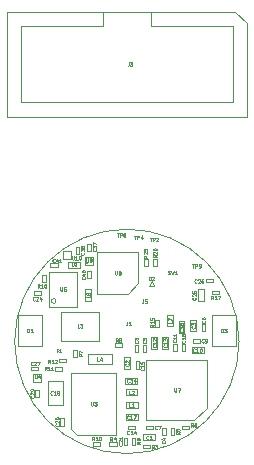
<source format=gbr>
%TF.GenerationSoftware,KiCad,Pcbnew,(6.0.0)*%
%TF.CreationDate,2022-12-06T17:03:37-05:00*%
%TF.ProjectId,headstage-64s,68656164-7374-4616-9765-2d3634732e6b,B*%
%TF.SameCoordinates,Original*%
%TF.FileFunction,AssemblyDrawing,Top*%
%FSLAX46Y46*%
G04 Gerber Fmt 4.6, Leading zero omitted, Abs format (unit mm)*
G04 Created by KiCad (PCBNEW (6.0.0)) date 2022-12-06 17:03:37*
%MOMM*%
%LPD*%
G01*
G04 APERTURE LIST*
%ADD10C,0.100000*%
%ADD11C,0.050000*%
G04 APERTURE END LIST*
D10*
X125810000Y-58320000D02*
X125590000Y-57920000D01*
X125360000Y-58320000D02*
X125810000Y-58320000D01*
X125590000Y-57920000D02*
X125360000Y-58320000D01*
D11*
X133000000Y-63000000D02*
G75*
G03*
X133000000Y-63000000I-9500000J0D01*
G01*
%TO.C,J1*%
X123510000Y-61335714D02*
X123510000Y-61550000D01*
X123495714Y-61592857D01*
X123467142Y-61621428D01*
X123424285Y-61635714D01*
X123395714Y-61635714D01*
X123810000Y-61635714D02*
X123638571Y-61635714D01*
X123724285Y-61635714D02*
X123724285Y-61335714D01*
X123695714Y-61378571D01*
X123667142Y-61407142D01*
X123638571Y-61421428D01*
%TO.C,D3*%
X131478571Y-62235714D02*
X131478571Y-61935714D01*
X131550000Y-61935714D01*
X131592857Y-61950000D01*
X131621428Y-61978571D01*
X131635714Y-62007142D01*
X131650000Y-62064285D01*
X131650000Y-62107142D01*
X131635714Y-62164285D01*
X131621428Y-62192857D01*
X131592857Y-62221428D01*
X131550000Y-62235714D01*
X131478571Y-62235714D01*
X131750000Y-61935714D02*
X131935714Y-61935714D01*
X131835714Y-62050000D01*
X131878571Y-62050000D01*
X131907142Y-62064285D01*
X131921428Y-62078571D01*
X131935714Y-62107142D01*
X131935714Y-62178571D01*
X131921428Y-62207142D01*
X131907142Y-62221428D01*
X131878571Y-62235714D01*
X131792857Y-62235714D01*
X131764285Y-62221428D01*
X131750000Y-62207142D01*
%TO.C,D1*%
X115078571Y-62235714D02*
X115078571Y-61935714D01*
X115150000Y-61935714D01*
X115192857Y-61950000D01*
X115221428Y-61978571D01*
X115235714Y-62007142D01*
X115250000Y-62064285D01*
X115250000Y-62107142D01*
X115235714Y-62164285D01*
X115221428Y-62192857D01*
X115192857Y-62221428D01*
X115150000Y-62235714D01*
X115078571Y-62235714D01*
X115535714Y-62235714D02*
X115364285Y-62235714D01*
X115450000Y-62235714D02*
X115450000Y-61935714D01*
X115421428Y-61978571D01*
X115392857Y-62007142D01*
X115364285Y-62021428D01*
%TO.C,C24*%
X115707142Y-59507142D02*
X115692857Y-59521428D01*
X115650000Y-59535714D01*
X115621428Y-59535714D01*
X115578571Y-59521428D01*
X115550000Y-59492857D01*
X115535714Y-59464285D01*
X115521428Y-59407142D01*
X115521428Y-59364285D01*
X115535714Y-59307142D01*
X115550000Y-59278571D01*
X115578571Y-59250000D01*
X115621428Y-59235714D01*
X115650000Y-59235714D01*
X115692857Y-59250000D01*
X115707142Y-59264285D01*
X115821428Y-59264285D02*
X115835714Y-59250000D01*
X115864285Y-59235714D01*
X115935714Y-59235714D01*
X115964285Y-59250000D01*
X115978571Y-59264285D01*
X115992857Y-59292857D01*
X115992857Y-59321428D01*
X115978571Y-59364285D01*
X115807142Y-59535714D01*
X115992857Y-59535714D01*
X116250000Y-59335714D02*
X116250000Y-59535714D01*
X116178571Y-59221428D02*
X116107142Y-59435714D01*
X116292857Y-59435714D01*
%TO.C,L7*%
X127285714Y-61300000D02*
X127285714Y-61442857D01*
X126985714Y-61442857D01*
X126985714Y-61228571D02*
X126985714Y-61028571D01*
X127285714Y-61157142D01*
%TO.C,L2*%
X123830000Y-67455714D02*
X123687142Y-67455714D01*
X123687142Y-67155714D01*
X123915714Y-67184285D02*
X123930000Y-67170000D01*
X123958571Y-67155714D01*
X124030000Y-67155714D01*
X124058571Y-67170000D01*
X124072857Y-67184285D01*
X124087142Y-67212857D01*
X124087142Y-67241428D01*
X124072857Y-67284285D01*
X123901428Y-67455714D01*
X124087142Y-67455714D01*
%TO.C,L1*%
X123860000Y-68545714D02*
X123717142Y-68545714D01*
X123717142Y-68245714D01*
X124117142Y-68545714D02*
X123945714Y-68545714D01*
X124031428Y-68545714D02*
X124031428Y-68245714D01*
X124002857Y-68288571D01*
X123974285Y-68317142D01*
X123945714Y-68331428D01*
%TO.C,R16*%
X116107142Y-58435714D02*
X116007142Y-58292857D01*
X115935714Y-58435714D02*
X115935714Y-58135714D01*
X116050000Y-58135714D01*
X116078571Y-58150000D01*
X116092857Y-58164285D01*
X116107142Y-58192857D01*
X116107142Y-58235714D01*
X116092857Y-58264285D01*
X116078571Y-58278571D01*
X116050000Y-58292857D01*
X115935714Y-58292857D01*
X116392857Y-58435714D02*
X116221428Y-58435714D01*
X116307142Y-58435714D02*
X116307142Y-58135714D01*
X116278571Y-58178571D01*
X116250000Y-58207142D01*
X116221428Y-58221428D01*
X116650000Y-58135714D02*
X116592857Y-58135714D01*
X116564285Y-58150000D01*
X116550000Y-58164285D01*
X116521428Y-58207142D01*
X116507142Y-58264285D01*
X116507142Y-58378571D01*
X116521428Y-58407142D01*
X116535714Y-58421428D01*
X116564285Y-58435714D01*
X116621428Y-58435714D01*
X116650000Y-58421428D01*
X116664285Y-58407142D01*
X116678571Y-58378571D01*
X116678571Y-58307142D01*
X116664285Y-58278571D01*
X116650000Y-58264285D01*
X116621428Y-58250000D01*
X116564285Y-58250000D01*
X116535714Y-58264285D01*
X116521428Y-58278571D01*
X116507142Y-58307142D01*
%TO.C,C41*%
X117377142Y-56267142D02*
X117362857Y-56281428D01*
X117320000Y-56295714D01*
X117291428Y-56295714D01*
X117248571Y-56281428D01*
X117220000Y-56252857D01*
X117205714Y-56224285D01*
X117191428Y-56167142D01*
X117191428Y-56124285D01*
X117205714Y-56067142D01*
X117220000Y-56038571D01*
X117248571Y-56010000D01*
X117291428Y-55995714D01*
X117320000Y-55995714D01*
X117362857Y-56010000D01*
X117377142Y-56024285D01*
X117634285Y-56095714D02*
X117634285Y-56295714D01*
X117562857Y-55981428D02*
X117491428Y-56195714D01*
X117677142Y-56195714D01*
X117948571Y-56295714D02*
X117777142Y-56295714D01*
X117862857Y-56295714D02*
X117862857Y-55995714D01*
X117834285Y-56038571D01*
X117805714Y-56067142D01*
X117777142Y-56081428D01*
%TO.C,SW1*%
X126980000Y-57301428D02*
X127022857Y-57315714D01*
X127094285Y-57315714D01*
X127122857Y-57301428D01*
X127137142Y-57287142D01*
X127151428Y-57258571D01*
X127151428Y-57230000D01*
X127137142Y-57201428D01*
X127122857Y-57187142D01*
X127094285Y-57172857D01*
X127037142Y-57158571D01*
X127008571Y-57144285D01*
X126994285Y-57130000D01*
X126980000Y-57101428D01*
X126980000Y-57072857D01*
X126994285Y-57044285D01*
X127008571Y-57030000D01*
X127037142Y-57015714D01*
X127108571Y-57015714D01*
X127151428Y-57030000D01*
X127251428Y-57015714D02*
X127322857Y-57315714D01*
X127380000Y-57101428D01*
X127437142Y-57315714D01*
X127508571Y-57015714D01*
X127780000Y-57315714D02*
X127608571Y-57315714D01*
X127694285Y-57315714D02*
X127694285Y-57015714D01*
X127665714Y-57058571D01*
X127637142Y-57087142D01*
X127608571Y-57101428D01*
%TO.C,C27*%
X115527142Y-64977142D02*
X115512857Y-64991428D01*
X115470000Y-65005714D01*
X115441428Y-65005714D01*
X115398571Y-64991428D01*
X115370000Y-64962857D01*
X115355714Y-64934285D01*
X115341428Y-64877142D01*
X115341428Y-64834285D01*
X115355714Y-64777142D01*
X115370000Y-64748571D01*
X115398571Y-64720000D01*
X115441428Y-64705714D01*
X115470000Y-64705714D01*
X115512857Y-64720000D01*
X115527142Y-64734285D01*
X115641428Y-64734285D02*
X115655714Y-64720000D01*
X115684285Y-64705714D01*
X115755714Y-64705714D01*
X115784285Y-64720000D01*
X115798571Y-64734285D01*
X115812857Y-64762857D01*
X115812857Y-64791428D01*
X115798571Y-64834285D01*
X115627142Y-65005714D01*
X115812857Y-65005714D01*
X115912857Y-64705714D02*
X116112857Y-64705714D01*
X115984285Y-65005714D01*
%TO.C,U8*%
X122491428Y-57035714D02*
X122491428Y-57278571D01*
X122505714Y-57307142D01*
X122520000Y-57321428D01*
X122548571Y-57335714D01*
X122605714Y-57335714D01*
X122634285Y-57321428D01*
X122648571Y-57307142D01*
X122662857Y-57278571D01*
X122662857Y-57035714D01*
X122848571Y-57164285D02*
X122820000Y-57150000D01*
X122805714Y-57135714D01*
X122791428Y-57107142D01*
X122791428Y-57092857D01*
X122805714Y-57064285D01*
X122820000Y-57050000D01*
X122848571Y-57035714D01*
X122905714Y-57035714D01*
X122934285Y-57050000D01*
X122948571Y-57064285D01*
X122962857Y-57092857D01*
X122962857Y-57107142D01*
X122948571Y-57135714D01*
X122934285Y-57150000D01*
X122905714Y-57164285D01*
X122848571Y-57164285D01*
X122820000Y-57178571D01*
X122805714Y-57192857D01*
X122791428Y-57221428D01*
X122791428Y-57278571D01*
X122805714Y-57307142D01*
X122820000Y-57321428D01*
X122848571Y-57335714D01*
X122905714Y-57335714D01*
X122934285Y-57321428D01*
X122948571Y-57307142D01*
X122962857Y-57278571D01*
X122962857Y-57221428D01*
X122948571Y-57192857D01*
X122934285Y-57178571D01*
X122905714Y-57164285D01*
%TO.C,R15*%
X125785714Y-61592857D02*
X125642857Y-61692857D01*
X125785714Y-61764285D02*
X125485714Y-61764285D01*
X125485714Y-61650000D01*
X125500000Y-61621428D01*
X125514285Y-61607142D01*
X125542857Y-61592857D01*
X125585714Y-61592857D01*
X125614285Y-61607142D01*
X125628571Y-61621428D01*
X125642857Y-61650000D01*
X125642857Y-61764285D01*
X125785714Y-61307142D02*
X125785714Y-61478571D01*
X125785714Y-61392857D02*
X125485714Y-61392857D01*
X125528571Y-61421428D01*
X125557142Y-61450000D01*
X125571428Y-61478571D01*
X125485714Y-61035714D02*
X125485714Y-61178571D01*
X125628571Y-61192857D01*
X125614285Y-61178571D01*
X125600000Y-61150000D01*
X125600000Y-61078571D01*
X125614285Y-61050000D01*
X125628571Y-61035714D01*
X125657142Y-61021428D01*
X125728571Y-61021428D01*
X125757142Y-61035714D01*
X125771428Y-61050000D01*
X125785714Y-61078571D01*
X125785714Y-61150000D01*
X125771428Y-61178571D01*
X125757142Y-61192857D01*
%TO.C,D2*%
X125378571Y-57805714D02*
X125378571Y-57505714D01*
X125450000Y-57505714D01*
X125492857Y-57520000D01*
X125521428Y-57548571D01*
X125535714Y-57577142D01*
X125550000Y-57634285D01*
X125550000Y-57677142D01*
X125535714Y-57734285D01*
X125521428Y-57762857D01*
X125492857Y-57791428D01*
X125450000Y-57805714D01*
X125378571Y-57805714D01*
X125664285Y-57534285D02*
X125678571Y-57520000D01*
X125707142Y-57505714D01*
X125778571Y-57505714D01*
X125807142Y-57520000D01*
X125821428Y-57534285D01*
X125835714Y-57562857D01*
X125835714Y-57591428D01*
X125821428Y-57634285D01*
X125650000Y-57805714D01*
X125835714Y-57805714D01*
%TO.C,U7*%
X127521428Y-66945714D02*
X127521428Y-67188571D01*
X127535714Y-67217142D01*
X127550000Y-67231428D01*
X127578571Y-67245714D01*
X127635714Y-67245714D01*
X127664285Y-67231428D01*
X127678571Y-67217142D01*
X127692857Y-67188571D01*
X127692857Y-66945714D01*
X127807142Y-66945714D02*
X128007142Y-66945714D01*
X127878571Y-67245714D01*
%TO.C,J3*%
X123670000Y-39355714D02*
X123670000Y-39570000D01*
X123655714Y-39612857D01*
X123627142Y-39641428D01*
X123584285Y-39655714D01*
X123555714Y-39655714D01*
X123784285Y-39355714D02*
X123970000Y-39355714D01*
X123870000Y-39470000D01*
X123912857Y-39470000D01*
X123941428Y-39484285D01*
X123955714Y-39498571D01*
X123970000Y-39527142D01*
X123970000Y-39598571D01*
X123955714Y-39627142D01*
X123941428Y-39641428D01*
X123912857Y-39655714D01*
X123827142Y-39655714D01*
X123798571Y-39641428D01*
X123784285Y-39627142D01*
%TO.C,C29*%
X115607142Y-67602857D02*
X115621428Y-67617142D01*
X115635714Y-67660000D01*
X115635714Y-67688571D01*
X115621428Y-67731428D01*
X115592857Y-67760000D01*
X115564285Y-67774285D01*
X115507142Y-67788571D01*
X115464285Y-67788571D01*
X115407142Y-67774285D01*
X115378571Y-67760000D01*
X115350000Y-67731428D01*
X115335714Y-67688571D01*
X115335714Y-67660000D01*
X115350000Y-67617142D01*
X115364285Y-67602857D01*
X115364285Y-67488571D02*
X115350000Y-67474285D01*
X115335714Y-67445714D01*
X115335714Y-67374285D01*
X115350000Y-67345714D01*
X115364285Y-67331428D01*
X115392857Y-67317142D01*
X115421428Y-67317142D01*
X115464285Y-67331428D01*
X115635714Y-67502857D01*
X115635714Y-67317142D01*
X115635714Y-67174285D02*
X115635714Y-67117142D01*
X115621428Y-67088571D01*
X115607142Y-67074285D01*
X115564285Y-67045714D01*
X115507142Y-67031428D01*
X115392857Y-67031428D01*
X115364285Y-67045714D01*
X115350000Y-67060000D01*
X115335714Y-67088571D01*
X115335714Y-67145714D01*
X115350000Y-67174285D01*
X115364285Y-67188571D01*
X115392857Y-67202857D01*
X115464285Y-67202857D01*
X115492857Y-67188571D01*
X115507142Y-67174285D01*
X115521428Y-67145714D01*
X115521428Y-67088571D01*
X115507142Y-67060000D01*
X115492857Y-67045714D01*
X115464285Y-67031428D01*
%TO.C,C40*%
X119967142Y-57552857D02*
X119981428Y-57567142D01*
X119995714Y-57610000D01*
X119995714Y-57638571D01*
X119981428Y-57681428D01*
X119952857Y-57710000D01*
X119924285Y-57724285D01*
X119867142Y-57738571D01*
X119824285Y-57738571D01*
X119767142Y-57724285D01*
X119738571Y-57710000D01*
X119710000Y-57681428D01*
X119695714Y-57638571D01*
X119695714Y-57610000D01*
X119710000Y-57567142D01*
X119724285Y-57552857D01*
X119795714Y-57295714D02*
X119995714Y-57295714D01*
X119681428Y-57367142D02*
X119895714Y-57438571D01*
X119895714Y-57252857D01*
X119695714Y-57081428D02*
X119695714Y-57052857D01*
X119710000Y-57024285D01*
X119724285Y-57010000D01*
X119752857Y-56995714D01*
X119810000Y-56981428D01*
X119881428Y-56981428D01*
X119938571Y-56995714D01*
X119967142Y-57010000D01*
X119981428Y-57024285D01*
X119995714Y-57052857D01*
X119995714Y-57081428D01*
X119981428Y-57110000D01*
X119967142Y-57124285D01*
X119938571Y-57138571D01*
X119881428Y-57152857D01*
X119810000Y-57152857D01*
X119752857Y-57138571D01*
X119724285Y-57124285D01*
X119710000Y-57110000D01*
X119695714Y-57081428D01*
%TO.C,C20*%
X117717142Y-70002857D02*
X117731428Y-70017142D01*
X117745714Y-70060000D01*
X117745714Y-70088571D01*
X117731428Y-70131428D01*
X117702857Y-70160000D01*
X117674285Y-70174285D01*
X117617142Y-70188571D01*
X117574285Y-70188571D01*
X117517142Y-70174285D01*
X117488571Y-70160000D01*
X117460000Y-70131428D01*
X117445714Y-70088571D01*
X117445714Y-70060000D01*
X117460000Y-70017142D01*
X117474285Y-70002857D01*
X117474285Y-69888571D02*
X117460000Y-69874285D01*
X117445714Y-69845714D01*
X117445714Y-69774285D01*
X117460000Y-69745714D01*
X117474285Y-69731428D01*
X117502857Y-69717142D01*
X117531428Y-69717142D01*
X117574285Y-69731428D01*
X117745714Y-69902857D01*
X117745714Y-69717142D01*
X117445714Y-69531428D02*
X117445714Y-69502857D01*
X117460000Y-69474285D01*
X117474285Y-69460000D01*
X117502857Y-69445714D01*
X117560000Y-69431428D01*
X117631428Y-69431428D01*
X117688571Y-69445714D01*
X117717142Y-69460000D01*
X117731428Y-69474285D01*
X117745714Y-69502857D01*
X117745714Y-69531428D01*
X117731428Y-69560000D01*
X117717142Y-69574285D01*
X117688571Y-69588571D01*
X117631428Y-69602857D01*
X117560000Y-69602857D01*
X117502857Y-69588571D01*
X117474285Y-69574285D01*
X117460000Y-69560000D01*
X117445714Y-69531428D01*
%TO.C,R25*%
X125225714Y-55732857D02*
X125082857Y-55832857D01*
X125225714Y-55904285D02*
X124925714Y-55904285D01*
X124925714Y-55790000D01*
X124940000Y-55761428D01*
X124954285Y-55747142D01*
X124982857Y-55732857D01*
X125025714Y-55732857D01*
X125054285Y-55747142D01*
X125068571Y-55761428D01*
X125082857Y-55790000D01*
X125082857Y-55904285D01*
X124954285Y-55618571D02*
X124940000Y-55604285D01*
X124925714Y-55575714D01*
X124925714Y-55504285D01*
X124940000Y-55475714D01*
X124954285Y-55461428D01*
X124982857Y-55447142D01*
X125011428Y-55447142D01*
X125054285Y-55461428D01*
X125225714Y-55632857D01*
X125225714Y-55447142D01*
X124925714Y-55175714D02*
X124925714Y-55318571D01*
X125068571Y-55332857D01*
X125054285Y-55318571D01*
X125040000Y-55290000D01*
X125040000Y-55218571D01*
X125054285Y-55190000D01*
X125068571Y-55175714D01*
X125097142Y-55161428D01*
X125168571Y-55161428D01*
X125197142Y-55175714D01*
X125211428Y-55190000D01*
X125225714Y-55218571D01*
X125225714Y-55290000D01*
X125211428Y-55318571D01*
X125197142Y-55332857D01*
%TO.C,C34*%
X123677142Y-66457142D02*
X123662857Y-66471428D01*
X123620000Y-66485714D01*
X123591428Y-66485714D01*
X123548571Y-66471428D01*
X123520000Y-66442857D01*
X123505714Y-66414285D01*
X123491428Y-66357142D01*
X123491428Y-66314285D01*
X123505714Y-66257142D01*
X123520000Y-66228571D01*
X123548571Y-66200000D01*
X123591428Y-66185714D01*
X123620000Y-66185714D01*
X123662857Y-66200000D01*
X123677142Y-66214285D01*
X123777142Y-66185714D02*
X123962857Y-66185714D01*
X123862857Y-66300000D01*
X123905714Y-66300000D01*
X123934285Y-66314285D01*
X123948571Y-66328571D01*
X123962857Y-66357142D01*
X123962857Y-66428571D01*
X123948571Y-66457142D01*
X123934285Y-66471428D01*
X123905714Y-66485714D01*
X123820000Y-66485714D01*
X123791428Y-66471428D01*
X123777142Y-66457142D01*
X124220000Y-66285714D02*
X124220000Y-66485714D01*
X124148571Y-66171428D02*
X124077142Y-66385714D01*
X124262857Y-66385714D01*
%TO.C,R7*%
X119735714Y-64075000D02*
X119592857Y-64175000D01*
X119735714Y-64246428D02*
X119435714Y-64246428D01*
X119435714Y-64132142D01*
X119450000Y-64103571D01*
X119464285Y-64089285D01*
X119492857Y-64075000D01*
X119535714Y-64075000D01*
X119564285Y-64089285D01*
X119578571Y-64103571D01*
X119592857Y-64132142D01*
X119592857Y-64246428D01*
X119435714Y-63975000D02*
X119435714Y-63775000D01*
X119735714Y-63903571D01*
%TO.C,R8*%
X122730000Y-63025714D02*
X122630000Y-62882857D01*
X122558571Y-63025714D02*
X122558571Y-62725714D01*
X122672857Y-62725714D01*
X122701428Y-62740000D01*
X122715714Y-62754285D01*
X122730000Y-62782857D01*
X122730000Y-62825714D01*
X122715714Y-62854285D01*
X122701428Y-62868571D01*
X122672857Y-62882857D01*
X122558571Y-62882857D01*
X122901428Y-62854285D02*
X122872857Y-62840000D01*
X122858571Y-62825714D01*
X122844285Y-62797142D01*
X122844285Y-62782857D01*
X122858571Y-62754285D01*
X122872857Y-62740000D01*
X122901428Y-62725714D01*
X122958571Y-62725714D01*
X122987142Y-62740000D01*
X123001428Y-62754285D01*
X123015714Y-62782857D01*
X123015714Y-62797142D01*
X123001428Y-62825714D01*
X122987142Y-62840000D01*
X122958571Y-62854285D01*
X122901428Y-62854285D01*
X122872857Y-62868571D01*
X122858571Y-62882857D01*
X122844285Y-62911428D01*
X122844285Y-62968571D01*
X122858571Y-62997142D01*
X122872857Y-63011428D01*
X122901428Y-63025714D01*
X122958571Y-63025714D01*
X122987142Y-63011428D01*
X123001428Y-62997142D01*
X123015714Y-62968571D01*
X123015714Y-62911428D01*
X123001428Y-62882857D01*
X122987142Y-62868571D01*
X122958571Y-62854285D01*
%TO.C,R20*%
X126035714Y-55692857D02*
X125892857Y-55792857D01*
X126035714Y-55864285D02*
X125735714Y-55864285D01*
X125735714Y-55750000D01*
X125750000Y-55721428D01*
X125764285Y-55707142D01*
X125792857Y-55692857D01*
X125835714Y-55692857D01*
X125864285Y-55707142D01*
X125878571Y-55721428D01*
X125892857Y-55750000D01*
X125892857Y-55864285D01*
X125764285Y-55578571D02*
X125750000Y-55564285D01*
X125735714Y-55535714D01*
X125735714Y-55464285D01*
X125750000Y-55435714D01*
X125764285Y-55421428D01*
X125792857Y-55407142D01*
X125821428Y-55407142D01*
X125864285Y-55421428D01*
X126035714Y-55592857D01*
X126035714Y-55407142D01*
X125735714Y-55221428D02*
X125735714Y-55192857D01*
X125750000Y-55164285D01*
X125764285Y-55150000D01*
X125792857Y-55135714D01*
X125850000Y-55121428D01*
X125921428Y-55121428D01*
X125978571Y-55135714D01*
X126007142Y-55150000D01*
X126021428Y-55164285D01*
X126035714Y-55192857D01*
X126035714Y-55221428D01*
X126021428Y-55250000D01*
X126007142Y-55264285D01*
X125978571Y-55278571D01*
X125921428Y-55292857D01*
X125850000Y-55292857D01*
X125792857Y-55278571D01*
X125764285Y-55264285D01*
X125750000Y-55250000D01*
X125735714Y-55221428D01*
%TO.C,C8*%
X124417142Y-62960000D02*
X124431428Y-62974285D01*
X124445714Y-63017142D01*
X124445714Y-63045714D01*
X124431428Y-63088571D01*
X124402857Y-63117142D01*
X124374285Y-63131428D01*
X124317142Y-63145714D01*
X124274285Y-63145714D01*
X124217142Y-63131428D01*
X124188571Y-63117142D01*
X124160000Y-63088571D01*
X124145714Y-63045714D01*
X124145714Y-63017142D01*
X124160000Y-62974285D01*
X124174285Y-62960000D01*
X124274285Y-62788571D02*
X124260000Y-62817142D01*
X124245714Y-62831428D01*
X124217142Y-62845714D01*
X124202857Y-62845714D01*
X124174285Y-62831428D01*
X124160000Y-62817142D01*
X124145714Y-62788571D01*
X124145714Y-62731428D01*
X124160000Y-62702857D01*
X124174285Y-62688571D01*
X124202857Y-62674285D01*
X124217142Y-62674285D01*
X124245714Y-62688571D01*
X124260000Y-62702857D01*
X124274285Y-62731428D01*
X124274285Y-62788571D01*
X124288571Y-62817142D01*
X124302857Y-62831428D01*
X124331428Y-62845714D01*
X124388571Y-62845714D01*
X124417142Y-62831428D01*
X124431428Y-62817142D01*
X124445714Y-62788571D01*
X124445714Y-62731428D01*
X124431428Y-62702857D01*
X124417142Y-62688571D01*
X124388571Y-62674285D01*
X124331428Y-62674285D01*
X124302857Y-62688571D01*
X124288571Y-62702857D01*
X124274285Y-62731428D01*
%TO.C,C14*%
X123707142Y-70837142D02*
X123692857Y-70851428D01*
X123650000Y-70865714D01*
X123621428Y-70865714D01*
X123578571Y-70851428D01*
X123550000Y-70822857D01*
X123535714Y-70794285D01*
X123521428Y-70737142D01*
X123521428Y-70694285D01*
X123535714Y-70637142D01*
X123550000Y-70608571D01*
X123578571Y-70580000D01*
X123621428Y-70565714D01*
X123650000Y-70565714D01*
X123692857Y-70580000D01*
X123707142Y-70594285D01*
X123992857Y-70865714D02*
X123821428Y-70865714D01*
X123907142Y-70865714D02*
X123907142Y-70565714D01*
X123878571Y-70608571D01*
X123850000Y-70637142D01*
X123821428Y-70651428D01*
X124250000Y-70665714D02*
X124250000Y-70865714D01*
X124178571Y-70551428D02*
X124107142Y-70765714D01*
X124292857Y-70765714D01*
%TO.C,R11*%
X116707142Y-65435714D02*
X116607142Y-65292857D01*
X116535714Y-65435714D02*
X116535714Y-65135714D01*
X116650000Y-65135714D01*
X116678571Y-65150000D01*
X116692857Y-65164285D01*
X116707142Y-65192857D01*
X116707142Y-65235714D01*
X116692857Y-65264285D01*
X116678571Y-65278571D01*
X116650000Y-65292857D01*
X116535714Y-65292857D01*
X116992857Y-65435714D02*
X116821428Y-65435714D01*
X116907142Y-65435714D02*
X116907142Y-65135714D01*
X116878571Y-65178571D01*
X116850000Y-65207142D01*
X116821428Y-65221428D01*
X117278571Y-65435714D02*
X117107142Y-65435714D01*
X117192857Y-65435714D02*
X117192857Y-65135714D01*
X117164285Y-65178571D01*
X117135714Y-65207142D01*
X117107142Y-65221428D01*
%TO.C,C12*%
X125947142Y-63322857D02*
X125961428Y-63337142D01*
X125975714Y-63380000D01*
X125975714Y-63408571D01*
X125961428Y-63451428D01*
X125932857Y-63480000D01*
X125904285Y-63494285D01*
X125847142Y-63508571D01*
X125804285Y-63508571D01*
X125747142Y-63494285D01*
X125718571Y-63480000D01*
X125690000Y-63451428D01*
X125675714Y-63408571D01*
X125675714Y-63380000D01*
X125690000Y-63337142D01*
X125704285Y-63322857D01*
X125975714Y-63037142D02*
X125975714Y-63208571D01*
X125975714Y-63122857D02*
X125675714Y-63122857D01*
X125718571Y-63151428D01*
X125747142Y-63180000D01*
X125761428Y-63208571D01*
X125704285Y-62922857D02*
X125690000Y-62908571D01*
X125675714Y-62880000D01*
X125675714Y-62808571D01*
X125690000Y-62780000D01*
X125704285Y-62765714D01*
X125732857Y-62751428D01*
X125761428Y-62751428D01*
X125804285Y-62765714D01*
X125975714Y-62937142D01*
X125975714Y-62751428D01*
%TO.C,R5*%
X127955714Y-70690000D02*
X127812857Y-70790000D01*
X127955714Y-70861428D02*
X127655714Y-70861428D01*
X127655714Y-70747142D01*
X127670000Y-70718571D01*
X127684285Y-70704285D01*
X127712857Y-70690000D01*
X127755714Y-70690000D01*
X127784285Y-70704285D01*
X127798571Y-70718571D01*
X127812857Y-70747142D01*
X127812857Y-70861428D01*
X127655714Y-70418571D02*
X127655714Y-70561428D01*
X127798571Y-70575714D01*
X127784285Y-70561428D01*
X127770000Y-70532857D01*
X127770000Y-70461428D01*
X127784285Y-70432857D01*
X127798571Y-70418571D01*
X127827142Y-70404285D01*
X127898571Y-70404285D01*
X127927142Y-70418571D01*
X127941428Y-70432857D01*
X127955714Y-70461428D01*
X127955714Y-70532857D01*
X127941428Y-70561428D01*
X127927142Y-70575714D01*
%TO.C,C16*%
X128397142Y-62922857D02*
X128411428Y-62937142D01*
X128425714Y-62980000D01*
X128425714Y-63008571D01*
X128411428Y-63051428D01*
X128382857Y-63080000D01*
X128354285Y-63094285D01*
X128297142Y-63108571D01*
X128254285Y-63108571D01*
X128197142Y-63094285D01*
X128168571Y-63080000D01*
X128140000Y-63051428D01*
X128125714Y-63008571D01*
X128125714Y-62980000D01*
X128140000Y-62937142D01*
X128154285Y-62922857D01*
X128425714Y-62637142D02*
X128425714Y-62808571D01*
X128425714Y-62722857D02*
X128125714Y-62722857D01*
X128168571Y-62751428D01*
X128197142Y-62780000D01*
X128211428Y-62808571D01*
X128125714Y-62380000D02*
X128125714Y-62437142D01*
X128140000Y-62465714D01*
X128154285Y-62480000D01*
X128197142Y-62508571D01*
X128254285Y-62522857D01*
X128368571Y-62522857D01*
X128397142Y-62508571D01*
X128411428Y-62494285D01*
X128425714Y-62465714D01*
X128425714Y-62408571D01*
X128411428Y-62380000D01*
X128397142Y-62365714D01*
X128368571Y-62351428D01*
X128297142Y-62351428D01*
X128268571Y-62365714D01*
X128254285Y-62380000D01*
X128240000Y-62408571D01*
X128240000Y-62465714D01*
X128254285Y-62494285D01*
X128268571Y-62508571D01*
X128297142Y-62522857D01*
%TO.C,C17*%
X123687142Y-69537142D02*
X123672857Y-69551428D01*
X123630000Y-69565714D01*
X123601428Y-69565714D01*
X123558571Y-69551428D01*
X123530000Y-69522857D01*
X123515714Y-69494285D01*
X123501428Y-69437142D01*
X123501428Y-69394285D01*
X123515714Y-69337142D01*
X123530000Y-69308571D01*
X123558571Y-69280000D01*
X123601428Y-69265714D01*
X123630000Y-69265714D01*
X123672857Y-69280000D01*
X123687142Y-69294285D01*
X123972857Y-69565714D02*
X123801428Y-69565714D01*
X123887142Y-69565714D02*
X123887142Y-69265714D01*
X123858571Y-69308571D01*
X123830000Y-69337142D01*
X123801428Y-69351428D01*
X124072857Y-69265714D02*
X124272857Y-69265714D01*
X124144285Y-69565714D01*
%TO.C,C4*%
X126707142Y-71450000D02*
X126721428Y-71464285D01*
X126735714Y-71507142D01*
X126735714Y-71535714D01*
X126721428Y-71578571D01*
X126692857Y-71607142D01*
X126664285Y-71621428D01*
X126607142Y-71635714D01*
X126564285Y-71635714D01*
X126507142Y-71621428D01*
X126478571Y-71607142D01*
X126450000Y-71578571D01*
X126435714Y-71535714D01*
X126435714Y-71507142D01*
X126450000Y-71464285D01*
X126464285Y-71450000D01*
X126535714Y-71192857D02*
X126735714Y-71192857D01*
X126421428Y-71264285D02*
X126635714Y-71335714D01*
X126635714Y-71150000D01*
%TO.C,C7*%
X126050000Y-70407142D02*
X126035714Y-70421428D01*
X125992857Y-70435714D01*
X125964285Y-70435714D01*
X125921428Y-70421428D01*
X125892857Y-70392857D01*
X125878571Y-70364285D01*
X125864285Y-70307142D01*
X125864285Y-70264285D01*
X125878571Y-70207142D01*
X125892857Y-70178571D01*
X125921428Y-70150000D01*
X125964285Y-70135714D01*
X125992857Y-70135714D01*
X126035714Y-70150000D01*
X126050000Y-70164285D01*
X126150000Y-70135714D02*
X126350000Y-70135714D01*
X126221428Y-70435714D01*
%TO.C,C37*%
X120867142Y-55192857D02*
X120881428Y-55207142D01*
X120895714Y-55250000D01*
X120895714Y-55278571D01*
X120881428Y-55321428D01*
X120852857Y-55350000D01*
X120824285Y-55364285D01*
X120767142Y-55378571D01*
X120724285Y-55378571D01*
X120667142Y-55364285D01*
X120638571Y-55350000D01*
X120610000Y-55321428D01*
X120595714Y-55278571D01*
X120595714Y-55250000D01*
X120610000Y-55207142D01*
X120624285Y-55192857D01*
X120595714Y-55092857D02*
X120595714Y-54907142D01*
X120710000Y-55007142D01*
X120710000Y-54964285D01*
X120724285Y-54935714D01*
X120738571Y-54921428D01*
X120767142Y-54907142D01*
X120838571Y-54907142D01*
X120867142Y-54921428D01*
X120881428Y-54935714D01*
X120895714Y-54964285D01*
X120895714Y-55050000D01*
X120881428Y-55078571D01*
X120867142Y-55092857D01*
X120595714Y-54807142D02*
X120595714Y-54607142D01*
X120895714Y-54735714D01*
%TO.C,C26*%
X129407142Y-58007142D02*
X129392857Y-58021428D01*
X129350000Y-58035714D01*
X129321428Y-58035714D01*
X129278571Y-58021428D01*
X129250000Y-57992857D01*
X129235714Y-57964285D01*
X129221428Y-57907142D01*
X129221428Y-57864285D01*
X129235714Y-57807142D01*
X129250000Y-57778571D01*
X129278571Y-57750000D01*
X129321428Y-57735714D01*
X129350000Y-57735714D01*
X129392857Y-57750000D01*
X129407142Y-57764285D01*
X129521428Y-57764285D02*
X129535714Y-57750000D01*
X129564285Y-57735714D01*
X129635714Y-57735714D01*
X129664285Y-57750000D01*
X129678571Y-57764285D01*
X129692857Y-57792857D01*
X129692857Y-57821428D01*
X129678571Y-57864285D01*
X129507142Y-58035714D01*
X129692857Y-58035714D01*
X129950000Y-57735714D02*
X129892857Y-57735714D01*
X129864285Y-57750000D01*
X129850000Y-57764285D01*
X129821428Y-57807142D01*
X129807142Y-57864285D01*
X129807142Y-57978571D01*
X129821428Y-58007142D01*
X129835714Y-58021428D01*
X129864285Y-58035714D01*
X129921428Y-58035714D01*
X129950000Y-58021428D01*
X129964285Y-58007142D01*
X129978571Y-57978571D01*
X129978571Y-57907142D01*
X129964285Y-57878571D01*
X129950000Y-57864285D01*
X129921428Y-57850000D01*
X129864285Y-57850000D01*
X129835714Y-57864285D01*
X129821428Y-57878571D01*
X129807142Y-57907142D01*
%TO.C,L3*%
X119480000Y-61835714D02*
X119337142Y-61835714D01*
X119337142Y-61535714D01*
X119551428Y-61535714D02*
X119737142Y-61535714D01*
X119637142Y-61650000D01*
X119680000Y-61650000D01*
X119708571Y-61664285D01*
X119722857Y-61678571D01*
X119737142Y-61707142D01*
X119737142Y-61778571D01*
X119722857Y-61807142D01*
X119708571Y-61821428D01*
X119680000Y-61835714D01*
X119594285Y-61835714D01*
X119565714Y-61821428D01*
X119551428Y-61807142D01*
%TO.C,C2*%
X123627142Y-64890000D02*
X123641428Y-64904285D01*
X123655714Y-64947142D01*
X123655714Y-64975714D01*
X123641428Y-65018571D01*
X123612857Y-65047142D01*
X123584285Y-65061428D01*
X123527142Y-65075714D01*
X123484285Y-65075714D01*
X123427142Y-65061428D01*
X123398571Y-65047142D01*
X123370000Y-65018571D01*
X123355714Y-64975714D01*
X123355714Y-64947142D01*
X123370000Y-64904285D01*
X123384285Y-64890000D01*
X123384285Y-64775714D02*
X123370000Y-64761428D01*
X123355714Y-64732857D01*
X123355714Y-64661428D01*
X123370000Y-64632857D01*
X123384285Y-64618571D01*
X123412857Y-64604285D01*
X123441428Y-64604285D01*
X123484285Y-64618571D01*
X123655714Y-64790000D01*
X123655714Y-64604285D01*
%TO.C,C1*%
X125320000Y-71257142D02*
X125305714Y-71271428D01*
X125262857Y-71285714D01*
X125234285Y-71285714D01*
X125191428Y-71271428D01*
X125162857Y-71242857D01*
X125148571Y-71214285D01*
X125134285Y-71157142D01*
X125134285Y-71114285D01*
X125148571Y-71057142D01*
X125162857Y-71028571D01*
X125191428Y-71000000D01*
X125234285Y-70985714D01*
X125262857Y-70985714D01*
X125305714Y-71000000D01*
X125320000Y-71014285D01*
X125605714Y-71285714D02*
X125434285Y-71285714D01*
X125520000Y-71285714D02*
X125520000Y-70985714D01*
X125491428Y-71028571D01*
X125462857Y-71057142D01*
X125434285Y-71071428D01*
%TO.C,U4*%
X115681428Y-65835714D02*
X115681428Y-66078571D01*
X115695714Y-66107142D01*
X115710000Y-66121428D01*
X115738571Y-66135714D01*
X115795714Y-66135714D01*
X115824285Y-66121428D01*
X115838571Y-66107142D01*
X115852857Y-66078571D01*
X115852857Y-65835714D01*
X116124285Y-65935714D02*
X116124285Y-66135714D01*
X116052857Y-65821428D02*
X115981428Y-66035714D01*
X116167142Y-66035714D01*
%TO.C,C18*%
X117207142Y-67482142D02*
X117192857Y-67496428D01*
X117150000Y-67510714D01*
X117121428Y-67510714D01*
X117078571Y-67496428D01*
X117050000Y-67467857D01*
X117035714Y-67439285D01*
X117021428Y-67382142D01*
X117021428Y-67339285D01*
X117035714Y-67282142D01*
X117050000Y-67253571D01*
X117078571Y-67225000D01*
X117121428Y-67210714D01*
X117150000Y-67210714D01*
X117192857Y-67225000D01*
X117207142Y-67239285D01*
X117492857Y-67510714D02*
X117321428Y-67510714D01*
X117407142Y-67510714D02*
X117407142Y-67210714D01*
X117378571Y-67253571D01*
X117350000Y-67282142D01*
X117321428Y-67296428D01*
X117664285Y-67339285D02*
X117635714Y-67325000D01*
X117621428Y-67310714D01*
X117607142Y-67282142D01*
X117607142Y-67267857D01*
X117621428Y-67239285D01*
X117635714Y-67225000D01*
X117664285Y-67210714D01*
X117721428Y-67210714D01*
X117750000Y-67225000D01*
X117764285Y-67239285D01*
X117778571Y-67267857D01*
X117778571Y-67282142D01*
X117764285Y-67310714D01*
X117750000Y-67325000D01*
X117721428Y-67339285D01*
X117664285Y-67339285D01*
X117635714Y-67353571D01*
X117621428Y-67367857D01*
X117607142Y-67396428D01*
X117607142Y-67453571D01*
X117621428Y-67482142D01*
X117635714Y-67496428D01*
X117664285Y-67510714D01*
X117721428Y-67510714D01*
X117750000Y-67496428D01*
X117764285Y-67482142D01*
X117778571Y-67453571D01*
X117778571Y-67396428D01*
X117764285Y-67367857D01*
X117750000Y-67353571D01*
X117721428Y-67339285D01*
%TO.C,U10*%
X118848571Y-55775714D02*
X118848571Y-56018571D01*
X118862857Y-56047142D01*
X118877142Y-56061428D01*
X118905714Y-56075714D01*
X118962857Y-56075714D01*
X118991428Y-56061428D01*
X119005714Y-56047142D01*
X119020000Y-56018571D01*
X119020000Y-55775714D01*
X119320000Y-56075714D02*
X119148571Y-56075714D01*
X119234285Y-56075714D02*
X119234285Y-55775714D01*
X119205714Y-55818571D01*
X119177142Y-55847142D01*
X119148571Y-55861428D01*
X119505714Y-55775714D02*
X119534285Y-55775714D01*
X119562857Y-55790000D01*
X119577142Y-55804285D01*
X119591428Y-55832857D01*
X119605714Y-55890000D01*
X119605714Y-55961428D01*
X119591428Y-56018571D01*
X119577142Y-56047142D01*
X119562857Y-56061428D01*
X119534285Y-56075714D01*
X119505714Y-56075714D01*
X119477142Y-56061428D01*
X119462857Y-56047142D01*
X119448571Y-56018571D01*
X119434285Y-55961428D01*
X119434285Y-55890000D01*
X119448571Y-55832857D01*
X119462857Y-55804285D01*
X119477142Y-55790000D01*
X119505714Y-55775714D01*
%TO.C,U3*%
X120471428Y-68135714D02*
X120471428Y-68378571D01*
X120485714Y-68407142D01*
X120500000Y-68421428D01*
X120528571Y-68435714D01*
X120585714Y-68435714D01*
X120614285Y-68421428D01*
X120628571Y-68407142D01*
X120642857Y-68378571D01*
X120642857Y-68135714D01*
X120757142Y-68135714D02*
X120942857Y-68135714D01*
X120842857Y-68250000D01*
X120885714Y-68250000D01*
X120914285Y-68264285D01*
X120928571Y-68278571D01*
X120942857Y-68307142D01*
X120942857Y-68378571D01*
X120928571Y-68407142D01*
X120914285Y-68421428D01*
X120885714Y-68435714D01*
X120800000Y-68435714D01*
X120771428Y-68421428D01*
X120757142Y-68407142D01*
%TO.C,L9*%
X118960000Y-56645714D02*
X118817142Y-56645714D01*
X118817142Y-56345714D01*
X119074285Y-56645714D02*
X119131428Y-56645714D01*
X119160000Y-56631428D01*
X119174285Y-56617142D01*
X119202857Y-56574285D01*
X119217142Y-56517142D01*
X119217142Y-56402857D01*
X119202857Y-56374285D01*
X119188571Y-56360000D01*
X119160000Y-56345714D01*
X119102857Y-56345714D01*
X119074285Y-56360000D01*
X119060000Y-56374285D01*
X119045714Y-56402857D01*
X119045714Y-56474285D01*
X119060000Y-56502857D01*
X119074285Y-56517142D01*
X119102857Y-56531428D01*
X119160000Y-56531428D01*
X119188571Y-56517142D01*
X119202857Y-56502857D01*
X119217142Y-56474285D01*
%TO.C,R12*%
X117007142Y-64835714D02*
X116907142Y-64692857D01*
X116835714Y-64835714D02*
X116835714Y-64535714D01*
X116950000Y-64535714D01*
X116978571Y-64550000D01*
X116992857Y-64564285D01*
X117007142Y-64592857D01*
X117007142Y-64635714D01*
X116992857Y-64664285D01*
X116978571Y-64678571D01*
X116950000Y-64692857D01*
X116835714Y-64692857D01*
X117292857Y-64835714D02*
X117121428Y-64835714D01*
X117207142Y-64835714D02*
X117207142Y-64535714D01*
X117178571Y-64578571D01*
X117150000Y-64607142D01*
X117121428Y-64621428D01*
X117407142Y-64564285D02*
X117421428Y-64550000D01*
X117450000Y-64535714D01*
X117521428Y-64535714D01*
X117550000Y-64550000D01*
X117564285Y-64564285D01*
X117578571Y-64592857D01*
X117578571Y-64621428D01*
X117564285Y-64664285D01*
X117392857Y-64835714D01*
X117578571Y-64835714D01*
%TO.C,C21*%
X123077142Y-71642857D02*
X123091428Y-71657142D01*
X123105714Y-71700000D01*
X123105714Y-71728571D01*
X123091428Y-71771428D01*
X123062857Y-71800000D01*
X123034285Y-71814285D01*
X122977142Y-71828571D01*
X122934285Y-71828571D01*
X122877142Y-71814285D01*
X122848571Y-71800000D01*
X122820000Y-71771428D01*
X122805714Y-71728571D01*
X122805714Y-71700000D01*
X122820000Y-71657142D01*
X122834285Y-71642857D01*
X122834285Y-71528571D02*
X122820000Y-71514285D01*
X122805714Y-71485714D01*
X122805714Y-71414285D01*
X122820000Y-71385714D01*
X122834285Y-71371428D01*
X122862857Y-71357142D01*
X122891428Y-71357142D01*
X122934285Y-71371428D01*
X123105714Y-71542857D01*
X123105714Y-71357142D01*
X123105714Y-71071428D02*
X123105714Y-71242857D01*
X123105714Y-71157142D02*
X122805714Y-71157142D01*
X122848571Y-71185714D01*
X122877142Y-71214285D01*
X122891428Y-71242857D01*
%TO.C,R6*%
X129100000Y-70215714D02*
X129000000Y-70072857D01*
X128928571Y-70215714D02*
X128928571Y-69915714D01*
X129042857Y-69915714D01*
X129071428Y-69930000D01*
X129085714Y-69944285D01*
X129100000Y-69972857D01*
X129100000Y-70015714D01*
X129085714Y-70044285D01*
X129071428Y-70058571D01*
X129042857Y-70072857D01*
X128928571Y-70072857D01*
X129357142Y-69915714D02*
X129300000Y-69915714D01*
X129271428Y-69930000D01*
X129257142Y-69944285D01*
X129228571Y-69987142D01*
X129214285Y-70044285D01*
X129214285Y-70158571D01*
X129228571Y-70187142D01*
X129242857Y-70201428D01*
X129271428Y-70215714D01*
X129328571Y-70215714D01*
X129357142Y-70201428D01*
X129371428Y-70187142D01*
X129385714Y-70158571D01*
X129385714Y-70087142D01*
X129371428Y-70058571D01*
X129357142Y-70044285D01*
X129328571Y-70030000D01*
X129271428Y-70030000D01*
X129242857Y-70044285D01*
X129228571Y-70058571D01*
X129214285Y-70087142D01*
%TO.C,C9*%
X130000000Y-63077142D02*
X129985714Y-63091428D01*
X129942857Y-63105714D01*
X129914285Y-63105714D01*
X129871428Y-63091428D01*
X129842857Y-63062857D01*
X129828571Y-63034285D01*
X129814285Y-62977142D01*
X129814285Y-62934285D01*
X129828571Y-62877142D01*
X129842857Y-62848571D01*
X129871428Y-62820000D01*
X129914285Y-62805714D01*
X129942857Y-62805714D01*
X129985714Y-62820000D01*
X130000000Y-62834285D01*
X130142857Y-63105714D02*
X130200000Y-63105714D01*
X130228571Y-63091428D01*
X130242857Y-63077142D01*
X130271428Y-63034285D01*
X130285714Y-62977142D01*
X130285714Y-62862857D01*
X130271428Y-62834285D01*
X130257142Y-62820000D01*
X130228571Y-62805714D01*
X130171428Y-62805714D01*
X130142857Y-62820000D01*
X130128571Y-62834285D01*
X130114285Y-62862857D01*
X130114285Y-62934285D01*
X130128571Y-62962857D01*
X130142857Y-62977142D01*
X130171428Y-62991428D01*
X130228571Y-62991428D01*
X130257142Y-62977142D01*
X130271428Y-62962857D01*
X130285714Y-62934285D01*
%TO.C,C6*%
X130097142Y-61250000D02*
X130111428Y-61264285D01*
X130125714Y-61307142D01*
X130125714Y-61335714D01*
X130111428Y-61378571D01*
X130082857Y-61407142D01*
X130054285Y-61421428D01*
X129997142Y-61435714D01*
X129954285Y-61435714D01*
X129897142Y-61421428D01*
X129868571Y-61407142D01*
X129840000Y-61378571D01*
X129825714Y-61335714D01*
X129825714Y-61307142D01*
X129840000Y-61264285D01*
X129854285Y-61250000D01*
X129825714Y-60992857D02*
X129825714Y-61050000D01*
X129840000Y-61078571D01*
X129854285Y-61092857D01*
X129897142Y-61121428D01*
X129954285Y-61135714D01*
X130068571Y-61135714D01*
X130097142Y-61121428D01*
X130111428Y-61107142D01*
X130125714Y-61078571D01*
X130125714Y-61021428D01*
X130111428Y-60992857D01*
X130097142Y-60978571D01*
X130068571Y-60964285D01*
X129997142Y-60964285D01*
X129968571Y-60978571D01*
X129954285Y-60992857D01*
X129940000Y-61021428D01*
X129940000Y-61078571D01*
X129954285Y-61107142D01*
X129968571Y-61121428D01*
X129997142Y-61135714D01*
%TO.C,C15*%
X124917142Y-65272857D02*
X124931428Y-65287142D01*
X124945714Y-65330000D01*
X124945714Y-65358571D01*
X124931428Y-65401428D01*
X124902857Y-65430000D01*
X124874285Y-65444285D01*
X124817142Y-65458571D01*
X124774285Y-65458571D01*
X124717142Y-65444285D01*
X124688571Y-65430000D01*
X124660000Y-65401428D01*
X124645714Y-65358571D01*
X124645714Y-65330000D01*
X124660000Y-65287142D01*
X124674285Y-65272857D01*
X124945714Y-64987142D02*
X124945714Y-65158571D01*
X124945714Y-65072857D02*
X124645714Y-65072857D01*
X124688571Y-65101428D01*
X124717142Y-65130000D01*
X124731428Y-65158571D01*
X124645714Y-64715714D02*
X124645714Y-64858571D01*
X124788571Y-64872857D01*
X124774285Y-64858571D01*
X124760000Y-64830000D01*
X124760000Y-64758571D01*
X124774285Y-64730000D01*
X124788571Y-64715714D01*
X124817142Y-64701428D01*
X124888571Y-64701428D01*
X124917142Y-64715714D01*
X124931428Y-64730000D01*
X124945714Y-64758571D01*
X124945714Y-64830000D01*
X124931428Y-64858571D01*
X124917142Y-64872857D01*
%TO.C,U5*%
X117871428Y-58410714D02*
X117871428Y-58653571D01*
X117885714Y-58682142D01*
X117900000Y-58696428D01*
X117928571Y-58710714D01*
X117985714Y-58710714D01*
X118014285Y-58696428D01*
X118028571Y-58682142D01*
X118042857Y-58653571D01*
X118042857Y-58410714D01*
X118328571Y-58410714D02*
X118185714Y-58410714D01*
X118171428Y-58553571D01*
X118185714Y-58539285D01*
X118214285Y-58525000D01*
X118285714Y-58525000D01*
X118314285Y-58539285D01*
X118328571Y-58553571D01*
X118342857Y-58582142D01*
X118342857Y-58653571D01*
X118328571Y-58682142D01*
X118314285Y-58696428D01*
X118285714Y-58710714D01*
X118214285Y-58710714D01*
X118185714Y-58696428D01*
X118171428Y-58682142D01*
%TO.C,L8*%
X120365714Y-59130000D02*
X120365714Y-59272857D01*
X120065714Y-59272857D01*
X120194285Y-58987142D02*
X120180000Y-59015714D01*
X120165714Y-59030000D01*
X120137142Y-59044285D01*
X120122857Y-59044285D01*
X120094285Y-59030000D01*
X120080000Y-59015714D01*
X120065714Y-58987142D01*
X120065714Y-58930000D01*
X120080000Y-58901428D01*
X120094285Y-58887142D01*
X120122857Y-58872857D01*
X120137142Y-58872857D01*
X120165714Y-58887142D01*
X120180000Y-58901428D01*
X120194285Y-58930000D01*
X120194285Y-58987142D01*
X120208571Y-59015714D01*
X120222857Y-59030000D01*
X120251428Y-59044285D01*
X120308571Y-59044285D01*
X120337142Y-59030000D01*
X120351428Y-59015714D01*
X120365714Y-58987142D01*
X120365714Y-58930000D01*
X120351428Y-58901428D01*
X120337142Y-58887142D01*
X120308571Y-58872857D01*
X120251428Y-58872857D01*
X120222857Y-58887142D01*
X120208571Y-58901428D01*
X120194285Y-58930000D01*
%TO.C,R4*%
X122280000Y-71395714D02*
X122180000Y-71252857D01*
X122108571Y-71395714D02*
X122108571Y-71095714D01*
X122222857Y-71095714D01*
X122251428Y-71110000D01*
X122265714Y-71124285D01*
X122280000Y-71152857D01*
X122280000Y-71195714D01*
X122265714Y-71224285D01*
X122251428Y-71238571D01*
X122222857Y-71252857D01*
X122108571Y-71252857D01*
X122537142Y-71195714D02*
X122537142Y-71395714D01*
X122465714Y-71081428D02*
X122394285Y-71295714D01*
X122580000Y-71295714D01*
%TO.C,C5*%
X125107142Y-62980000D02*
X125121428Y-62994285D01*
X125135714Y-63037142D01*
X125135714Y-63065714D01*
X125121428Y-63108571D01*
X125092857Y-63137142D01*
X125064285Y-63151428D01*
X125007142Y-63165714D01*
X124964285Y-63165714D01*
X124907142Y-63151428D01*
X124878571Y-63137142D01*
X124850000Y-63108571D01*
X124835714Y-63065714D01*
X124835714Y-63037142D01*
X124850000Y-62994285D01*
X124864285Y-62980000D01*
X124835714Y-62708571D02*
X124835714Y-62851428D01*
X124978571Y-62865714D01*
X124964285Y-62851428D01*
X124950000Y-62822857D01*
X124950000Y-62751428D01*
X124964285Y-62722857D01*
X124978571Y-62708571D01*
X125007142Y-62694285D01*
X125078571Y-62694285D01*
X125107142Y-62708571D01*
X125121428Y-62722857D01*
X125135714Y-62751428D01*
X125135714Y-62822857D01*
X125121428Y-62851428D01*
X125107142Y-62865714D01*
%TO.C,TP4*%
X124121428Y-54035714D02*
X124292857Y-54035714D01*
X124207142Y-54335714D02*
X124207142Y-54035714D01*
X124392857Y-54335714D02*
X124392857Y-54035714D01*
X124507142Y-54035714D01*
X124535714Y-54050000D01*
X124550000Y-54064285D01*
X124564285Y-54092857D01*
X124564285Y-54135714D01*
X124550000Y-54164285D01*
X124535714Y-54178571D01*
X124507142Y-54192857D01*
X124392857Y-54192857D01*
X124821428Y-54135714D02*
X124821428Y-54335714D01*
X124750000Y-54021428D02*
X124678571Y-54235714D01*
X124864285Y-54235714D01*
%TO.C,C25*%
X129307142Y-59292857D02*
X129321428Y-59307142D01*
X129335714Y-59350000D01*
X129335714Y-59378571D01*
X129321428Y-59421428D01*
X129292857Y-59450000D01*
X129264285Y-59464285D01*
X129207142Y-59478571D01*
X129164285Y-59478571D01*
X129107142Y-59464285D01*
X129078571Y-59450000D01*
X129050000Y-59421428D01*
X129035714Y-59378571D01*
X129035714Y-59350000D01*
X129050000Y-59307142D01*
X129064285Y-59292857D01*
X129064285Y-59178571D02*
X129050000Y-59164285D01*
X129035714Y-59135714D01*
X129035714Y-59064285D01*
X129050000Y-59035714D01*
X129064285Y-59021428D01*
X129092857Y-59007142D01*
X129121428Y-59007142D01*
X129164285Y-59021428D01*
X129335714Y-59192857D01*
X129335714Y-59007142D01*
X129035714Y-58735714D02*
X129035714Y-58878571D01*
X129178571Y-58892857D01*
X129164285Y-58878571D01*
X129150000Y-58850000D01*
X129150000Y-58778571D01*
X129164285Y-58750000D01*
X129178571Y-58735714D01*
X129207142Y-58721428D01*
X129278571Y-58721428D01*
X129307142Y-58735714D01*
X129321428Y-58750000D01*
X129335714Y-58778571D01*
X129335714Y-58850000D01*
X129321428Y-58878571D01*
X129307142Y-58892857D01*
%TO.C,J5*%
X124900000Y-59435714D02*
X124900000Y-59650000D01*
X124885714Y-59692857D01*
X124857142Y-59721428D01*
X124814285Y-59735714D01*
X124785714Y-59735714D01*
X125185714Y-59435714D02*
X125042857Y-59435714D01*
X125028571Y-59578571D01*
X125042857Y-59564285D01*
X125071428Y-59550000D01*
X125142857Y-59550000D01*
X125171428Y-59564285D01*
X125185714Y-59578571D01*
X125200000Y-59607142D01*
X125200000Y-59678571D01*
X125185714Y-59707142D01*
X125171428Y-59721428D01*
X125142857Y-59735714D01*
X125071428Y-59735714D01*
X125042857Y-59721428D01*
X125028571Y-59707142D01*
%TO.C,L4*%
X121150000Y-64635714D02*
X121007142Y-64635714D01*
X121007142Y-64335714D01*
X121378571Y-64435714D02*
X121378571Y-64635714D01*
X121307142Y-64321428D02*
X121235714Y-64535714D01*
X121421428Y-64535714D01*
%TO.C,C35*%
X128257142Y-62012857D02*
X128271428Y-62027142D01*
X128285714Y-62070000D01*
X128285714Y-62098571D01*
X128271428Y-62141428D01*
X128242857Y-62170000D01*
X128214285Y-62184285D01*
X128157142Y-62198571D01*
X128114285Y-62198571D01*
X128057142Y-62184285D01*
X128028571Y-62170000D01*
X128000000Y-62141428D01*
X127985714Y-62098571D01*
X127985714Y-62070000D01*
X128000000Y-62027142D01*
X128014285Y-62012857D01*
X127985714Y-61912857D02*
X127985714Y-61727142D01*
X128100000Y-61827142D01*
X128100000Y-61784285D01*
X128114285Y-61755714D01*
X128128571Y-61741428D01*
X128157142Y-61727142D01*
X128228571Y-61727142D01*
X128257142Y-61741428D01*
X128271428Y-61755714D01*
X128285714Y-61784285D01*
X128285714Y-61870000D01*
X128271428Y-61898571D01*
X128257142Y-61912857D01*
X127985714Y-61455714D02*
X127985714Y-61598571D01*
X128128571Y-61612857D01*
X128114285Y-61598571D01*
X128100000Y-61570000D01*
X128100000Y-61498571D01*
X128114285Y-61470000D01*
X128128571Y-61455714D01*
X128157142Y-61441428D01*
X128228571Y-61441428D01*
X128257142Y-61455714D01*
X128271428Y-61470000D01*
X128285714Y-61498571D01*
X128285714Y-61570000D01*
X128271428Y-61598571D01*
X128257142Y-61612857D01*
%TO.C,R3*%
X125780000Y-72075714D02*
X125680000Y-71932857D01*
X125608571Y-72075714D02*
X125608571Y-71775714D01*
X125722857Y-71775714D01*
X125751428Y-71790000D01*
X125765714Y-71804285D01*
X125780000Y-71832857D01*
X125780000Y-71875714D01*
X125765714Y-71904285D01*
X125751428Y-71918571D01*
X125722857Y-71932857D01*
X125608571Y-71932857D01*
X125880000Y-71775714D02*
X126065714Y-71775714D01*
X125965714Y-71890000D01*
X126008571Y-71890000D01*
X126037142Y-71904285D01*
X126051428Y-71918571D01*
X126065714Y-71947142D01*
X126065714Y-72018571D01*
X126051428Y-72047142D01*
X126037142Y-72061428D01*
X126008571Y-72075714D01*
X125922857Y-72075714D01*
X125894285Y-72061428D01*
X125880000Y-72047142D01*
%TO.C,R17*%
X130807142Y-59435714D02*
X130707142Y-59292857D01*
X130635714Y-59435714D02*
X130635714Y-59135714D01*
X130750000Y-59135714D01*
X130778571Y-59150000D01*
X130792857Y-59164285D01*
X130807142Y-59192857D01*
X130807142Y-59235714D01*
X130792857Y-59264285D01*
X130778571Y-59278571D01*
X130750000Y-59292857D01*
X130635714Y-59292857D01*
X131092857Y-59435714D02*
X130921428Y-59435714D01*
X131007142Y-59435714D02*
X131007142Y-59135714D01*
X130978571Y-59178571D01*
X130950000Y-59207142D01*
X130921428Y-59221428D01*
X131192857Y-59135714D02*
X131392857Y-59135714D01*
X131264285Y-59435714D01*
%TO.C,TP9*%
X129031428Y-56445714D02*
X129202857Y-56445714D01*
X129117142Y-56745714D02*
X129117142Y-56445714D01*
X129302857Y-56745714D02*
X129302857Y-56445714D01*
X129417142Y-56445714D01*
X129445714Y-56460000D01*
X129460000Y-56474285D01*
X129474285Y-56502857D01*
X129474285Y-56545714D01*
X129460000Y-56574285D01*
X129445714Y-56588571D01*
X129417142Y-56602857D01*
X129302857Y-56602857D01*
X129617142Y-56745714D02*
X129674285Y-56745714D01*
X129702857Y-56731428D01*
X129717142Y-56717142D01*
X129745714Y-56674285D01*
X129760000Y-56617142D01*
X129760000Y-56502857D01*
X129745714Y-56474285D01*
X129731428Y-56460000D01*
X129702857Y-56445714D01*
X129645714Y-56445714D01*
X129617142Y-56460000D01*
X129602857Y-56474285D01*
X129588571Y-56502857D01*
X129588571Y-56574285D01*
X129602857Y-56602857D01*
X129617142Y-56617142D01*
X129645714Y-56631428D01*
X129702857Y-56631428D01*
X129731428Y-56617142D01*
X129745714Y-56602857D01*
X129760000Y-56574285D01*
%TO.C,C13*%
X126867142Y-63322857D02*
X126881428Y-63337142D01*
X126895714Y-63380000D01*
X126895714Y-63408571D01*
X126881428Y-63451428D01*
X126852857Y-63480000D01*
X126824285Y-63494285D01*
X126767142Y-63508571D01*
X126724285Y-63508571D01*
X126667142Y-63494285D01*
X126638571Y-63480000D01*
X126610000Y-63451428D01*
X126595714Y-63408571D01*
X126595714Y-63380000D01*
X126610000Y-63337142D01*
X126624285Y-63322857D01*
X126895714Y-63037142D02*
X126895714Y-63208571D01*
X126895714Y-63122857D02*
X126595714Y-63122857D01*
X126638571Y-63151428D01*
X126667142Y-63180000D01*
X126681428Y-63208571D01*
X126595714Y-62937142D02*
X126595714Y-62751428D01*
X126710000Y-62851428D01*
X126710000Y-62808571D01*
X126724285Y-62780000D01*
X126738571Y-62765714D01*
X126767142Y-62751428D01*
X126838571Y-62751428D01*
X126867142Y-62765714D01*
X126881428Y-62780000D01*
X126895714Y-62808571D01*
X126895714Y-62894285D01*
X126881428Y-62922857D01*
X126867142Y-62937142D01*
%TO.C,TP2*%
X125421428Y-54235714D02*
X125592857Y-54235714D01*
X125507142Y-54535714D02*
X125507142Y-54235714D01*
X125692857Y-54535714D02*
X125692857Y-54235714D01*
X125807142Y-54235714D01*
X125835714Y-54250000D01*
X125850000Y-54264285D01*
X125864285Y-54292857D01*
X125864285Y-54335714D01*
X125850000Y-54364285D01*
X125835714Y-54378571D01*
X125807142Y-54392857D01*
X125692857Y-54392857D01*
X125978571Y-54264285D02*
X125992857Y-54250000D01*
X126021428Y-54235714D01*
X126092857Y-54235714D01*
X126121428Y-54250000D01*
X126135714Y-54264285D01*
X126150000Y-54292857D01*
X126150000Y-54321428D01*
X126135714Y-54364285D01*
X125964285Y-54535714D01*
X126150000Y-54535714D01*
%TO.C,R10*%
X120747142Y-71385714D02*
X120647142Y-71242857D01*
X120575714Y-71385714D02*
X120575714Y-71085714D01*
X120690000Y-71085714D01*
X120718571Y-71100000D01*
X120732857Y-71114285D01*
X120747142Y-71142857D01*
X120747142Y-71185714D01*
X120732857Y-71214285D01*
X120718571Y-71228571D01*
X120690000Y-71242857D01*
X120575714Y-71242857D01*
X121032857Y-71385714D02*
X120861428Y-71385714D01*
X120947142Y-71385714D02*
X120947142Y-71085714D01*
X120918571Y-71128571D01*
X120890000Y-71157142D01*
X120861428Y-71171428D01*
X121218571Y-71085714D02*
X121247142Y-71085714D01*
X121275714Y-71100000D01*
X121290000Y-71114285D01*
X121304285Y-71142857D01*
X121318571Y-71200000D01*
X121318571Y-71271428D01*
X121304285Y-71328571D01*
X121290000Y-71357142D01*
X121275714Y-71371428D01*
X121247142Y-71385714D01*
X121218571Y-71385714D01*
X121190000Y-71371428D01*
X121175714Y-71357142D01*
X121161428Y-71328571D01*
X121147142Y-71271428D01*
X121147142Y-71200000D01*
X121161428Y-71142857D01*
X121175714Y-71114285D01*
X121190000Y-71100000D01*
X121218571Y-71085714D01*
%TO.C,TP8*%
X122651428Y-53835714D02*
X122822857Y-53835714D01*
X122737142Y-54135714D02*
X122737142Y-53835714D01*
X122922857Y-54135714D02*
X122922857Y-53835714D01*
X123037142Y-53835714D01*
X123065714Y-53850000D01*
X123080000Y-53864285D01*
X123094285Y-53892857D01*
X123094285Y-53935714D01*
X123080000Y-53964285D01*
X123065714Y-53978571D01*
X123037142Y-53992857D01*
X122922857Y-53992857D01*
X123265714Y-53964285D02*
X123237142Y-53950000D01*
X123222857Y-53935714D01*
X123208571Y-53907142D01*
X123208571Y-53892857D01*
X123222857Y-53864285D01*
X123237142Y-53850000D01*
X123265714Y-53835714D01*
X123322857Y-53835714D01*
X123351428Y-53850000D01*
X123365714Y-53864285D01*
X123380000Y-53892857D01*
X123380000Y-53907142D01*
X123365714Y-53935714D01*
X123351428Y-53950000D01*
X123322857Y-53964285D01*
X123265714Y-53964285D01*
X123237142Y-53978571D01*
X123222857Y-53992857D01*
X123208571Y-54021428D01*
X123208571Y-54078571D01*
X123222857Y-54107142D01*
X123237142Y-54121428D01*
X123265714Y-54135714D01*
X123322857Y-54135714D01*
X123351428Y-54121428D01*
X123365714Y-54107142D01*
X123380000Y-54078571D01*
X123380000Y-54021428D01*
X123365714Y-53992857D01*
X123351428Y-53978571D01*
X123322857Y-53964285D01*
%TO.C,C11*%
X127667142Y-62902857D02*
X127681428Y-62917142D01*
X127695714Y-62960000D01*
X127695714Y-62988571D01*
X127681428Y-63031428D01*
X127652857Y-63060000D01*
X127624285Y-63074285D01*
X127567142Y-63088571D01*
X127524285Y-63088571D01*
X127467142Y-63074285D01*
X127438571Y-63060000D01*
X127410000Y-63031428D01*
X127395714Y-62988571D01*
X127395714Y-62960000D01*
X127410000Y-62917142D01*
X127424285Y-62902857D01*
X127695714Y-62617142D02*
X127695714Y-62788571D01*
X127695714Y-62702857D02*
X127395714Y-62702857D01*
X127438571Y-62731428D01*
X127467142Y-62760000D01*
X127481428Y-62788571D01*
X127695714Y-62331428D02*
X127695714Y-62502857D01*
X127695714Y-62417142D02*
X127395714Y-62417142D01*
X127438571Y-62445714D01*
X127467142Y-62474285D01*
X127481428Y-62502857D01*
%TO.C,C3*%
X129237142Y-61730000D02*
X129251428Y-61744285D01*
X129265714Y-61787142D01*
X129265714Y-61815714D01*
X129251428Y-61858571D01*
X129222857Y-61887142D01*
X129194285Y-61901428D01*
X129137142Y-61915714D01*
X129094285Y-61915714D01*
X129037142Y-61901428D01*
X129008571Y-61887142D01*
X128980000Y-61858571D01*
X128965714Y-61815714D01*
X128965714Y-61787142D01*
X128980000Y-61744285D01*
X128994285Y-61730000D01*
X128965714Y-61630000D02*
X128965714Y-61444285D01*
X129080000Y-61544285D01*
X129080000Y-61501428D01*
X129094285Y-61472857D01*
X129108571Y-61458571D01*
X129137142Y-61444285D01*
X129208571Y-61444285D01*
X129237142Y-61458571D01*
X129251428Y-61472857D01*
X129265714Y-61501428D01*
X129265714Y-61587142D01*
X129251428Y-61615714D01*
X129237142Y-61630000D01*
%TO.C,R9*%
X124615714Y-71500000D02*
X124472857Y-71600000D01*
X124615714Y-71671428D02*
X124315714Y-71671428D01*
X124315714Y-71557142D01*
X124330000Y-71528571D01*
X124344285Y-71514285D01*
X124372857Y-71500000D01*
X124415714Y-71500000D01*
X124444285Y-71514285D01*
X124458571Y-71528571D01*
X124472857Y-71557142D01*
X124472857Y-71671428D01*
X124615714Y-71357142D02*
X124615714Y-71300000D01*
X124601428Y-71271428D01*
X124587142Y-71257142D01*
X124544285Y-71228571D01*
X124487142Y-71214285D01*
X124372857Y-71214285D01*
X124344285Y-71228571D01*
X124330000Y-71242857D01*
X124315714Y-71271428D01*
X124315714Y-71328571D01*
X124330000Y-71357142D01*
X124344285Y-71371428D01*
X124372857Y-71385714D01*
X124444285Y-71385714D01*
X124472857Y-71371428D01*
X124487142Y-71357142D01*
X124501428Y-71328571D01*
X124501428Y-71271428D01*
X124487142Y-71242857D01*
X124472857Y-71228571D01*
X124444285Y-71214285D01*
%TO.C,C10*%
X129267142Y-63867142D02*
X129252857Y-63881428D01*
X129210000Y-63895714D01*
X129181428Y-63895714D01*
X129138571Y-63881428D01*
X129110000Y-63852857D01*
X129095714Y-63824285D01*
X129081428Y-63767142D01*
X129081428Y-63724285D01*
X129095714Y-63667142D01*
X129110000Y-63638571D01*
X129138571Y-63610000D01*
X129181428Y-63595714D01*
X129210000Y-63595714D01*
X129252857Y-63610000D01*
X129267142Y-63624285D01*
X129552857Y-63895714D02*
X129381428Y-63895714D01*
X129467142Y-63895714D02*
X129467142Y-63595714D01*
X129438571Y-63638571D01*
X129410000Y-63667142D01*
X129381428Y-63681428D01*
X129738571Y-63595714D02*
X129767142Y-63595714D01*
X129795714Y-63610000D01*
X129810000Y-63624285D01*
X129824285Y-63652857D01*
X129838571Y-63710000D01*
X129838571Y-63781428D01*
X129824285Y-63838571D01*
X129810000Y-63867142D01*
X129795714Y-63881428D01*
X129767142Y-63895714D01*
X129738571Y-63895714D01*
X129710000Y-63881428D01*
X129695714Y-63867142D01*
X129681428Y-63838571D01*
X129667142Y-63781428D01*
X129667142Y-63710000D01*
X129681428Y-63652857D01*
X129695714Y-63624285D01*
X129710000Y-63610000D01*
X129738571Y-63595714D01*
%TO.C,*%
%TO.C,U9*%
X120051428Y-55975714D02*
X120051428Y-56218571D01*
X120065714Y-56247142D01*
X120080000Y-56261428D01*
X120108571Y-56275714D01*
X120165714Y-56275714D01*
X120194285Y-56261428D01*
X120208571Y-56247142D01*
X120222857Y-56218571D01*
X120222857Y-55975714D01*
X120380000Y-56275714D02*
X120437142Y-56275714D01*
X120465714Y-56261428D01*
X120480000Y-56247142D01*
X120508571Y-56204285D01*
X120522857Y-56147142D01*
X120522857Y-56032857D01*
X120508571Y-56004285D01*
X120494285Y-55990000D01*
X120465714Y-55975714D01*
X120408571Y-55975714D01*
X120380000Y-55990000D01*
X120365714Y-56004285D01*
X120351428Y-56032857D01*
X120351428Y-56104285D01*
X120365714Y-56132857D01*
X120380000Y-56147142D01*
X120408571Y-56161428D01*
X120465714Y-56161428D01*
X120494285Y-56147142D01*
X120508571Y-56132857D01*
X120522857Y-56104285D01*
%TO.C,F1*%
X117650000Y-63778571D02*
X117550000Y-63778571D01*
X117550000Y-63935714D02*
X117550000Y-63635714D01*
X117692857Y-63635714D01*
X117964285Y-63935714D02*
X117792857Y-63935714D01*
X117878571Y-63935714D02*
X117878571Y-63635714D01*
X117850000Y-63678571D01*
X117821428Y-63707142D01*
X117792857Y-63721428D01*
%TO.C,C38*%
X119857142Y-55472857D02*
X119871428Y-55487142D01*
X119885714Y-55530000D01*
X119885714Y-55558571D01*
X119871428Y-55601428D01*
X119842857Y-55630000D01*
X119814285Y-55644285D01*
X119757142Y-55658571D01*
X119714285Y-55658571D01*
X119657142Y-55644285D01*
X119628571Y-55630000D01*
X119600000Y-55601428D01*
X119585714Y-55558571D01*
X119585714Y-55530000D01*
X119600000Y-55487142D01*
X119614285Y-55472857D01*
X119585714Y-55372857D02*
X119585714Y-55187142D01*
X119700000Y-55287142D01*
X119700000Y-55244285D01*
X119714285Y-55215714D01*
X119728571Y-55201428D01*
X119757142Y-55187142D01*
X119828571Y-55187142D01*
X119857142Y-55201428D01*
X119871428Y-55215714D01*
X119885714Y-55244285D01*
X119885714Y-55330000D01*
X119871428Y-55358571D01*
X119857142Y-55372857D01*
X119714285Y-55015714D02*
X119700000Y-55044285D01*
X119685714Y-55058571D01*
X119657142Y-55072857D01*
X119642857Y-55072857D01*
X119614285Y-55058571D01*
X119600000Y-55044285D01*
X119585714Y-55015714D01*
X119585714Y-54958571D01*
X119600000Y-54930000D01*
X119614285Y-54915714D01*
X119642857Y-54901428D01*
X119657142Y-54901428D01*
X119685714Y-54915714D01*
X119700000Y-54930000D01*
X119714285Y-54958571D01*
X119714285Y-55015714D01*
X119728571Y-55044285D01*
X119742857Y-55058571D01*
X119771428Y-55072857D01*
X119828571Y-55072857D01*
X119857142Y-55058571D01*
X119871428Y-55044285D01*
X119885714Y-55015714D01*
X119885714Y-54958571D01*
X119871428Y-54930000D01*
X119857142Y-54915714D01*
X119828571Y-54901428D01*
X119771428Y-54901428D01*
X119742857Y-54915714D01*
X119728571Y-54930000D01*
X119714285Y-54958571D01*
D10*
%TO.C,D3*%
X130700000Y-60800000D02*
X132700000Y-60800000D01*
X132700000Y-60800000D02*
X132700000Y-63400000D01*
X132700000Y-63400000D02*
X130700000Y-63400000D01*
X130700000Y-63400000D02*
X130700000Y-60800000D01*
%TO.C,D1*%
X114300000Y-60800000D02*
X116300000Y-60800000D01*
X116300000Y-60800000D02*
X116300000Y-63400000D01*
X116300000Y-63400000D02*
X114300000Y-63400000D01*
X114300000Y-63400000D02*
X114300000Y-60800000D01*
%TO.C,C24*%
X115600000Y-59050000D02*
X115600000Y-58750000D01*
X116200000Y-59050000D02*
X115600000Y-59050000D01*
X115600000Y-58750000D02*
X116200000Y-58750000D01*
X116200000Y-58750000D02*
X116200000Y-59050000D01*
%TO.C,L7*%
X126900000Y-61725000D02*
X126900000Y-60725000D01*
X127400000Y-61725000D02*
X126900000Y-61725000D01*
X127400000Y-60725000D02*
X127400000Y-61725000D01*
X126900000Y-60725000D02*
X127400000Y-60725000D01*
%TO.C,L2*%
X123385000Y-67550000D02*
X123385000Y-67050000D01*
X124385000Y-67550000D02*
X123385000Y-67550000D01*
X124385000Y-67050000D02*
X124385000Y-67550000D01*
X123385000Y-67050000D02*
X124385000Y-67050000D01*
%TO.C,L1*%
X124400000Y-68650000D02*
X123400000Y-68650000D01*
X124400000Y-68150000D02*
X124400000Y-68650000D01*
X123400000Y-68150000D02*
X124400000Y-68150000D01*
X123400000Y-68650000D02*
X123400000Y-68150000D01*
%TO.C,R16*%
X116325000Y-57400000D02*
X116625000Y-57400000D01*
X116625000Y-58000000D02*
X116325000Y-58000000D01*
X116325000Y-58000000D02*
X116325000Y-57400000D01*
X116625000Y-57400000D02*
X116625000Y-58000000D01*
%TO.C,C41*%
X117030000Y-56400000D02*
X117630000Y-56400000D01*
X117030000Y-56700000D02*
X117030000Y-56400000D01*
X117630000Y-56700000D02*
X117030000Y-56700000D01*
X117630000Y-56400000D02*
X117630000Y-56700000D01*
%TO.C,C27*%
X116000000Y-65450000D02*
X115400000Y-65450000D01*
X115400000Y-65150000D02*
X116000000Y-65150000D01*
X116000000Y-65150000D02*
X116000000Y-65450000D01*
X115400000Y-65450000D02*
X115400000Y-65150000D01*
%TO.C,U8*%
X124450000Y-58075000D02*
X123575000Y-58950000D01*
X124450000Y-55450000D02*
X124450000Y-58075000D01*
X120950000Y-58950000D02*
X120950000Y-55450000D01*
X120950000Y-55450000D02*
X124450000Y-55450000D01*
X123575000Y-58950000D02*
X120950000Y-58950000D01*
%TO.C,R15*%
X125920000Y-61150000D02*
X126220000Y-61150000D01*
X126220000Y-61750000D02*
X125920000Y-61750000D01*
X126220000Y-61150000D02*
X126220000Y-61750000D01*
X125920000Y-61750000D02*
X125920000Y-61150000D01*
%TO.C,U7*%
X125150000Y-64550000D02*
X125150000Y-69650000D01*
X129200000Y-69650000D02*
X125150000Y-69650000D01*
X130250000Y-64550000D02*
X125150000Y-64550000D01*
X130250000Y-68600000D02*
X129200000Y-69650000D01*
X130250000Y-64550000D02*
X130250000Y-68600000D01*
%TO.C,J3*%
X114510000Y-42767500D02*
X114510000Y-36267500D01*
X121450000Y-36267500D02*
X121450000Y-35067500D01*
X125550000Y-36267500D02*
X132490000Y-36267500D01*
X132490000Y-42767500D02*
X114510000Y-42767500D01*
X113320000Y-43967500D02*
X113320000Y-35067500D01*
X114510000Y-36267500D02*
X121450000Y-36267500D01*
X133680000Y-36067500D02*
X133680000Y-43967500D01*
X133680000Y-43967500D02*
X113320000Y-43967500D01*
X132680000Y-35067500D02*
X133680000Y-36067500D01*
X121450000Y-36267500D02*
X121450000Y-36267500D01*
X132490000Y-36267500D02*
X132490000Y-42767500D01*
X113320000Y-35067500D02*
X132680000Y-35067500D01*
X125550000Y-35067500D02*
X125550000Y-36267500D01*
%TO.C,C29*%
X115750000Y-67100000D02*
X116050000Y-67100000D01*
X116050000Y-67100000D02*
X116050000Y-67700000D01*
X116050000Y-67700000D02*
X115750000Y-67700000D01*
X115750000Y-67700000D02*
X115750000Y-67100000D01*
%TO.C,C40*%
X120125000Y-57025000D02*
X120425000Y-57025000D01*
X120125000Y-57625000D02*
X120125000Y-57025000D01*
X120425000Y-57025000D02*
X120425000Y-57625000D01*
X120425000Y-57625000D02*
X120125000Y-57625000D01*
%TO.C,C20*%
X118175000Y-69525000D02*
X118175000Y-70125000D01*
X117875000Y-70125000D02*
X117875000Y-69525000D01*
X117875000Y-69525000D02*
X118175000Y-69525000D01*
X118175000Y-70125000D02*
X117875000Y-70125000D01*
%TO.C,R25*%
X124950000Y-56600000D02*
X124950000Y-56000000D01*
X125250000Y-56600000D02*
X124950000Y-56600000D01*
X125250000Y-56000000D02*
X125250000Y-56600000D01*
X124950000Y-56000000D02*
X125250000Y-56000000D01*
%TO.C,C34*%
X123375000Y-66575000D02*
X123375000Y-66075000D01*
X123375000Y-66075000D02*
X124375000Y-66075000D01*
X124375000Y-66075000D02*
X124375000Y-66575000D01*
X124375000Y-66575000D02*
X123375000Y-66575000D01*
%TO.C,R7*%
X118950000Y-64325000D02*
X118950000Y-63725000D01*
X119250000Y-63725000D02*
X119250000Y-64325000D01*
X119250000Y-64325000D02*
X118950000Y-64325000D01*
X118950000Y-63725000D02*
X119250000Y-63725000D01*
%TO.C,R8*%
X122500000Y-63150000D02*
X123100000Y-63150000D01*
X123100000Y-63150000D02*
X123100000Y-63450000D01*
X122500000Y-63450000D02*
X122500000Y-63150000D01*
X123100000Y-63450000D02*
X122500000Y-63450000D01*
%TO.C,R20*%
X125750000Y-56000000D02*
X126050000Y-56000000D01*
X126050000Y-56000000D02*
X126050000Y-56600000D01*
X126050000Y-56600000D02*
X125750000Y-56600000D01*
X125750000Y-56600000D02*
X125750000Y-56000000D01*
%TO.C,C8*%
X124450000Y-63300000D02*
X124450000Y-63900000D01*
X124450000Y-63900000D02*
X124150000Y-63900000D01*
X124150000Y-63300000D02*
X124450000Y-63300000D01*
X124150000Y-63900000D02*
X124150000Y-63300000D01*
%TO.C,C14*%
X123630000Y-70125000D02*
X124230000Y-70125000D01*
X124230000Y-70425000D02*
X123630000Y-70425000D01*
X124230000Y-70125000D02*
X124230000Y-70425000D01*
X123630000Y-70425000D02*
X123630000Y-70125000D01*
%TO.C,R11*%
X117425000Y-65475000D02*
X117425000Y-65175000D01*
X117425000Y-65175000D02*
X118025000Y-65175000D01*
X118025000Y-65475000D02*
X117425000Y-65475000D01*
X118025000Y-65175000D02*
X118025000Y-65475000D01*
%TO.C,C12*%
X125580000Y-62620000D02*
X126080000Y-62620000D01*
X126080000Y-63620000D02*
X125580000Y-63620000D01*
X126080000Y-62620000D02*
X126080000Y-63620000D01*
X125580000Y-63620000D02*
X125580000Y-62620000D01*
%TO.C,R5*%
X127525000Y-70950000D02*
X127225000Y-70950000D01*
X127225000Y-70350000D02*
X127525000Y-70350000D01*
X127525000Y-70350000D02*
X127525000Y-70950000D01*
X127225000Y-70950000D02*
X127225000Y-70350000D01*
%TO.C,C16*%
X128125000Y-63200000D02*
X128425000Y-63200000D01*
X128425000Y-63800000D02*
X128125000Y-63800000D01*
X128125000Y-63800000D02*
X128125000Y-63200000D01*
X128425000Y-63200000D02*
X128425000Y-63800000D01*
%TO.C,C17*%
X124400000Y-69150000D02*
X124400000Y-69650000D01*
X124400000Y-69650000D02*
X123400000Y-69650000D01*
X123400000Y-69150000D02*
X124400000Y-69150000D01*
X123400000Y-69650000D02*
X123400000Y-69150000D01*
%TO.C,C4*%
X126475000Y-70350000D02*
X126775000Y-70350000D01*
X126775000Y-70950000D02*
X126475000Y-70950000D01*
X126775000Y-70350000D02*
X126775000Y-70950000D01*
X126475000Y-70950000D02*
X126475000Y-70350000D01*
%TO.C,C7*%
X125725000Y-70425000D02*
X125125000Y-70425000D01*
X125125000Y-70125000D02*
X125725000Y-70125000D01*
X125725000Y-70125000D02*
X125725000Y-70425000D01*
X125125000Y-70425000D02*
X125125000Y-70125000D01*
%TO.C,C37*%
X120450000Y-54750000D02*
X120450000Y-55350000D01*
X120150000Y-54750000D02*
X120450000Y-54750000D01*
X120450000Y-55350000D02*
X120150000Y-55350000D01*
X120150000Y-55350000D02*
X120150000Y-54750000D01*
%TO.C,C26*%
X130200000Y-58000000D02*
X130200000Y-57700000D01*
X130800000Y-57700000D02*
X130800000Y-58000000D01*
X130800000Y-58000000D02*
X130200000Y-58000000D01*
X130200000Y-57700000D02*
X130800000Y-57700000D01*
%TO.C,L3*%
X117930000Y-62970000D02*
X117930000Y-60470000D01*
X117930000Y-60470000D02*
X121130000Y-60470000D01*
X121130000Y-62970000D02*
X117930000Y-62970000D01*
X121130000Y-60470000D02*
X121130000Y-62970000D01*
%TO.C,C2*%
X123750000Y-64300000D02*
X123750000Y-65300000D01*
X123250000Y-65300000D02*
X123250000Y-64300000D01*
X123750000Y-65300000D02*
X123250000Y-65300000D01*
X123250000Y-64300000D02*
X123750000Y-64300000D01*
%TO.C,C1*%
X125850000Y-71375000D02*
X124850000Y-71375000D01*
X125850000Y-70875000D02*
X125850000Y-71375000D01*
X124850000Y-71375000D02*
X124850000Y-70875000D01*
X124850000Y-70875000D02*
X125850000Y-70875000D01*
D11*
%TO.C,U4*%
X115580000Y-66395000D02*
X116220000Y-66395000D01*
X116220000Y-66395000D02*
X116220000Y-65755000D01*
X116220000Y-65755000D02*
X115580000Y-65755000D01*
X115580000Y-65755000D02*
X115580000Y-66395000D01*
X115781569Y-66250000D02*
G75*
G03*
X115781569Y-66250000I-56569J0D01*
G01*
D10*
%TO.C,C18*%
X116800000Y-68375000D02*
X116800000Y-66375000D01*
X118050000Y-68375000D02*
X116800000Y-68375000D01*
X116800000Y-66375000D02*
X118050000Y-66375000D01*
X118050000Y-66375000D02*
X118050000Y-68375000D01*
D11*
%TO.C,U10*%
X118130000Y-55355000D02*
X118770000Y-55355000D01*
X118770000Y-55355000D02*
X118770000Y-55995000D01*
X118770000Y-55995000D02*
X118130000Y-55995000D01*
X118130000Y-55995000D02*
X118130000Y-55355000D01*
X118331569Y-55500000D02*
G75*
G03*
X118331569Y-55500000I-56569J0D01*
G01*
D10*
%TO.C,U3*%
X122600000Y-65700000D02*
X118800000Y-65700000D01*
X118800000Y-65700000D02*
X118800000Y-70400000D01*
X122600000Y-70900000D02*
X122600000Y-65700000D01*
X119300000Y-70900000D02*
X118800000Y-70400000D01*
X119300000Y-70900000D02*
X122600000Y-70900000D01*
%TO.C,L9*%
X119505000Y-56250000D02*
X119505000Y-56750000D01*
X118505000Y-56250000D02*
X119505000Y-56250000D01*
X118505000Y-56750000D02*
X118505000Y-56250000D01*
X119505000Y-56750000D02*
X118505000Y-56750000D01*
%TO.C,R12*%
X118330000Y-64475000D02*
X118330000Y-64775000D01*
X118330000Y-64775000D02*
X117730000Y-64775000D01*
X117730000Y-64475000D02*
X118330000Y-64475000D01*
X117730000Y-64775000D02*
X117730000Y-64475000D01*
%TO.C,C21*%
X123525000Y-71750000D02*
X123225000Y-71750000D01*
X123525000Y-71150000D02*
X123525000Y-71750000D01*
X123225000Y-71150000D02*
X123525000Y-71150000D01*
X123225000Y-71750000D02*
X123225000Y-71150000D01*
%TO.C,R6*%
X128150000Y-70425000D02*
X128150000Y-70125000D01*
X128750000Y-70425000D02*
X128150000Y-70425000D01*
X128750000Y-70125000D02*
X128750000Y-70425000D01*
X128150000Y-70125000D02*
X128750000Y-70125000D01*
%TO.C,C9*%
X129675000Y-62825000D02*
X129675000Y-63125000D01*
X129675000Y-63125000D02*
X129075000Y-63125000D01*
X129075000Y-63125000D02*
X129075000Y-62825000D01*
X129075000Y-62825000D02*
X129675000Y-62825000D01*
%TO.C,C6*%
X130125000Y-62150000D02*
X129825000Y-62150000D01*
X130125000Y-61550000D02*
X130125000Y-62150000D01*
X129825000Y-61550000D02*
X130125000Y-61550000D01*
X129825000Y-62150000D02*
X129825000Y-61550000D01*
%TO.C,C15*%
X124250000Y-64700000D02*
X124550000Y-64700000D01*
X124550000Y-65300000D02*
X124250000Y-65300000D01*
X124250000Y-65300000D02*
X124250000Y-64700000D01*
X124550000Y-64700000D02*
X124550000Y-65300000D01*
%TO.C,U5*%
X119274999Y-60049998D02*
X116925001Y-60049998D01*
X119274999Y-57100002D02*
X116925001Y-57100002D01*
X116925001Y-60049998D02*
X116925001Y-57100002D01*
X119274999Y-60049998D02*
X119274999Y-57100002D01*
X117499999Y-59575001D02*
G75*
G03*
X117499999Y-59575001I-200000J0D01*
G01*
X117499999Y-59575001D02*
G75*
G03*
X117499999Y-59575001I-200000J0D01*
G01*
%TO.C,L8*%
X119925000Y-58550000D02*
X120425000Y-58550000D01*
X119925000Y-59550000D02*
X119925000Y-58550000D01*
X120425000Y-59550000D02*
X119925000Y-59550000D01*
X120425000Y-58550000D02*
X120425000Y-59550000D01*
%TO.C,R4*%
X122025000Y-71825000D02*
X122025000Y-71525000D01*
X122025000Y-71525000D02*
X122625000Y-71525000D01*
X122625000Y-71825000D02*
X122025000Y-71825000D01*
X122625000Y-71525000D02*
X122625000Y-71825000D01*
%TO.C,C5*%
X124850000Y-63900000D02*
X124850000Y-63300000D01*
X124850000Y-63300000D02*
X125150000Y-63300000D01*
X125150000Y-63300000D02*
X125150000Y-63900000D01*
X125150000Y-63900000D02*
X124850000Y-63900000D01*
%TO.C,C25*%
X129550000Y-59600000D02*
X129550000Y-58600000D01*
X130050000Y-58600000D02*
X130050000Y-59600000D01*
X129550000Y-58600000D02*
X130050000Y-58600000D01*
X130050000Y-59600000D02*
X129550000Y-59600000D01*
%TO.C,L4*%
X120200000Y-64050000D02*
X122200000Y-64050000D01*
X122200000Y-64050000D02*
X122200000Y-64950000D01*
X122200000Y-64950000D02*
X120200000Y-64950000D01*
X120200000Y-64950000D02*
X120200000Y-64050000D01*
%TO.C,C35*%
X128375000Y-62300000D02*
X127875000Y-62300000D01*
X127875000Y-61300000D02*
X128375000Y-61300000D01*
X127875000Y-62300000D02*
X127875000Y-61300000D01*
X128375000Y-61300000D02*
X128375000Y-62300000D01*
%TO.C,R3*%
X125475000Y-72050000D02*
X124875000Y-72050000D01*
X124875000Y-72050000D02*
X124875000Y-71750000D01*
X124875000Y-71750000D02*
X125475000Y-71750000D01*
X125475000Y-71750000D02*
X125475000Y-72050000D01*
%TO.C,R17*%
X131300000Y-59025000D02*
X130700000Y-59025000D01*
X130700000Y-59025000D02*
X130700000Y-58725000D01*
X131300000Y-58725000D02*
X131300000Y-59025000D01*
X130700000Y-58725000D02*
X131300000Y-58725000D01*
%TO.C,C13*%
X126500000Y-62620000D02*
X127000000Y-62620000D01*
X127000000Y-63620000D02*
X126500000Y-63620000D01*
X126500000Y-63620000D02*
X126500000Y-62620000D01*
X127000000Y-62620000D02*
X127000000Y-63620000D01*
%TO.C,R10*%
X121250000Y-71525000D02*
X121250000Y-71825000D01*
X121250000Y-71825000D02*
X120650000Y-71825000D01*
X120650000Y-71825000D02*
X120650000Y-71525000D01*
X120650000Y-71525000D02*
X121250000Y-71525000D01*
%TO.C,C11*%
X127725000Y-63200000D02*
X127725000Y-63800000D01*
X127425000Y-63200000D02*
X127725000Y-63200000D01*
X127725000Y-63800000D02*
X127425000Y-63800000D01*
X127425000Y-63800000D02*
X127425000Y-63200000D01*
%TO.C,C3*%
X128850000Y-62150000D02*
X128850000Y-61150000D01*
X129350000Y-61150000D02*
X129350000Y-62150000D01*
X129350000Y-62150000D02*
X128850000Y-62150000D01*
X128850000Y-61150000D02*
X129350000Y-61150000D01*
%TO.C,R9*%
X124225000Y-71150000D02*
X124225000Y-71750000D01*
X123925000Y-71150000D02*
X124225000Y-71150000D01*
X123925000Y-71750000D02*
X123925000Y-71150000D01*
X124225000Y-71750000D02*
X123925000Y-71750000D01*
%TO.C,C10*%
X129000000Y-63500000D02*
X130000000Y-63500000D01*
X130000000Y-63500000D02*
X130000000Y-64000000D01*
X129000000Y-64000000D02*
X129000000Y-63500000D01*
X130000000Y-64000000D02*
X129000000Y-64000000D01*
D11*
%TO.C,U9*%
X119955000Y-56520000D02*
X120595000Y-56520000D01*
X120595000Y-56520000D02*
X120595000Y-55880000D01*
X120595000Y-55880000D02*
X119955000Y-55880000D01*
X119955000Y-55880000D02*
X119955000Y-56520000D01*
X120156569Y-56375000D02*
G75*
G03*
X120156569Y-56375000I-56569J0D01*
G01*
D10*
%TO.C,C38*%
X119175000Y-55025000D02*
X119475000Y-55025000D01*
X119475000Y-55025000D02*
X119475000Y-55625000D01*
X119175000Y-55625000D02*
X119175000Y-55025000D01*
X119475000Y-55625000D02*
X119175000Y-55625000D01*
%TD*%
M02*

</source>
